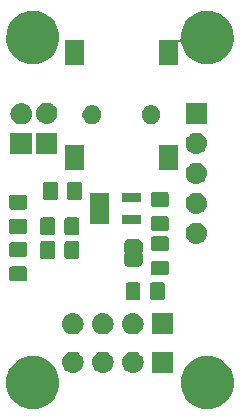
<source format=gbr>
G04 #@! TF.GenerationSoftware,KiCad,Pcbnew,(5.0.2)-1*
G04 #@! TF.CreationDate,2020-10-12T20:59:33+02:00*
G04 #@! TF.ProjectId,TinkerShieldPaddle,54696e6b-6572-4536-9869-656c64506164,rev?*
G04 #@! TF.SameCoordinates,Original*
G04 #@! TF.FileFunction,Soldermask,Bot*
G04 #@! TF.FilePolarity,Negative*
%FSLAX46Y46*%
G04 Gerber Fmt 4.6, Leading zero omitted, Abs format (unit mm)*
G04 Created by KiCad (PCBNEW (5.0.2)-1) date 12.10.2020 20:59:33*
%MOMM*%
%LPD*%
G01*
G04 APERTURE LIST*
%ADD10C,0.100000*%
G04 APERTURE END LIST*
D10*
G36*
X167808445Y-147516254D02*
X168156593Y-147585504D01*
X168566249Y-147755189D01*
X168934929Y-148001534D01*
X169248466Y-148315071D01*
X169494811Y-148683751D01*
X169664496Y-149093407D01*
X169751000Y-149528296D01*
X169751000Y-149971704D01*
X169664496Y-150406593D01*
X169494811Y-150816249D01*
X169248466Y-151184929D01*
X168934929Y-151498466D01*
X168566249Y-151744811D01*
X168156593Y-151914496D01*
X167808445Y-151983746D01*
X167721706Y-152001000D01*
X167278294Y-152001000D01*
X167191555Y-151983746D01*
X166843407Y-151914496D01*
X166433751Y-151744811D01*
X166065071Y-151498466D01*
X165751534Y-151184929D01*
X165505189Y-150816249D01*
X165335504Y-150406593D01*
X165249000Y-149971704D01*
X165249000Y-149528296D01*
X165335504Y-149093407D01*
X165505189Y-148683751D01*
X165751534Y-148315071D01*
X166065071Y-148001534D01*
X166433751Y-147755189D01*
X166843407Y-147585504D01*
X167191555Y-147516254D01*
X167278294Y-147499000D01*
X167721706Y-147499000D01*
X167808445Y-147516254D01*
X167808445Y-147516254D01*
G37*
G36*
X153058445Y-147516254D02*
X153406593Y-147585504D01*
X153816249Y-147755189D01*
X154184929Y-148001534D01*
X154498466Y-148315071D01*
X154744811Y-148683751D01*
X154914496Y-149093407D01*
X155001000Y-149528296D01*
X155001000Y-149971704D01*
X154914496Y-150406593D01*
X154744811Y-150816249D01*
X154498466Y-151184929D01*
X154184929Y-151498466D01*
X153816249Y-151744811D01*
X153406593Y-151914496D01*
X153058445Y-151983746D01*
X152971706Y-152001000D01*
X152528294Y-152001000D01*
X152441555Y-151983746D01*
X152093407Y-151914496D01*
X151683751Y-151744811D01*
X151315071Y-151498466D01*
X151001534Y-151184929D01*
X150755189Y-150816249D01*
X150585504Y-150406593D01*
X150499000Y-149971704D01*
X150499000Y-149528296D01*
X150585504Y-149093407D01*
X150755189Y-148683751D01*
X151001534Y-148315071D01*
X151315071Y-148001534D01*
X151683751Y-147755189D01*
X152093407Y-147585504D01*
X152441555Y-147516254D01*
X152528294Y-147499000D01*
X152971706Y-147499000D01*
X153058445Y-147516254D01*
X153058445Y-147516254D01*
G37*
G36*
X164651000Y-148901000D02*
X162849000Y-148901000D01*
X162849000Y-147099000D01*
X164651000Y-147099000D01*
X164651000Y-148901000D01*
X164651000Y-148901000D01*
G37*
G36*
X156240442Y-147105518D02*
X156306627Y-147112037D01*
X156419853Y-147146384D01*
X156476467Y-147163557D01*
X156615087Y-147237652D01*
X156632991Y-147247222D01*
X156668729Y-147276552D01*
X156770186Y-147359814D01*
X156853448Y-147461271D01*
X156882778Y-147497009D01*
X156882779Y-147497011D01*
X156966443Y-147653533D01*
X156966443Y-147653534D01*
X157017963Y-147823373D01*
X157035359Y-148000000D01*
X157017963Y-148176627D01*
X156983616Y-148289853D01*
X156966443Y-148346467D01*
X156892348Y-148485087D01*
X156882778Y-148502991D01*
X156853448Y-148538729D01*
X156770186Y-148640186D01*
X156668729Y-148723448D01*
X156632991Y-148752778D01*
X156632989Y-148752779D01*
X156476467Y-148836443D01*
X156419853Y-148853616D01*
X156306627Y-148887963D01*
X156240443Y-148894481D01*
X156174260Y-148901000D01*
X156085740Y-148901000D01*
X156019557Y-148894481D01*
X155953373Y-148887963D01*
X155840147Y-148853616D01*
X155783533Y-148836443D01*
X155627011Y-148752779D01*
X155627009Y-148752778D01*
X155591271Y-148723448D01*
X155489814Y-148640186D01*
X155406552Y-148538729D01*
X155377222Y-148502991D01*
X155367652Y-148485087D01*
X155293557Y-148346467D01*
X155276384Y-148289853D01*
X155242037Y-148176627D01*
X155224641Y-148000000D01*
X155242037Y-147823373D01*
X155293557Y-147653534D01*
X155293557Y-147653533D01*
X155377221Y-147497011D01*
X155377222Y-147497009D01*
X155406552Y-147461271D01*
X155489814Y-147359814D01*
X155591271Y-147276552D01*
X155627009Y-147247222D01*
X155644913Y-147237652D01*
X155783533Y-147163557D01*
X155840147Y-147146384D01*
X155953373Y-147112037D01*
X156019558Y-147105518D01*
X156085740Y-147099000D01*
X156174260Y-147099000D01*
X156240442Y-147105518D01*
X156240442Y-147105518D01*
G37*
G36*
X161320442Y-147105518D02*
X161386627Y-147112037D01*
X161499853Y-147146384D01*
X161556467Y-147163557D01*
X161695087Y-147237652D01*
X161712991Y-147247222D01*
X161748729Y-147276552D01*
X161850186Y-147359814D01*
X161933448Y-147461271D01*
X161962778Y-147497009D01*
X161962779Y-147497011D01*
X162046443Y-147653533D01*
X162046443Y-147653534D01*
X162097963Y-147823373D01*
X162115359Y-148000000D01*
X162097963Y-148176627D01*
X162063616Y-148289853D01*
X162046443Y-148346467D01*
X161972348Y-148485087D01*
X161962778Y-148502991D01*
X161933448Y-148538729D01*
X161850186Y-148640186D01*
X161748729Y-148723448D01*
X161712991Y-148752778D01*
X161712989Y-148752779D01*
X161556467Y-148836443D01*
X161499853Y-148853616D01*
X161386627Y-148887963D01*
X161320443Y-148894481D01*
X161254260Y-148901000D01*
X161165740Y-148901000D01*
X161099557Y-148894481D01*
X161033373Y-148887963D01*
X160920147Y-148853616D01*
X160863533Y-148836443D01*
X160707011Y-148752779D01*
X160707009Y-148752778D01*
X160671271Y-148723448D01*
X160569814Y-148640186D01*
X160486552Y-148538729D01*
X160457222Y-148502991D01*
X160447652Y-148485087D01*
X160373557Y-148346467D01*
X160356384Y-148289853D01*
X160322037Y-148176627D01*
X160304641Y-148000000D01*
X160322037Y-147823373D01*
X160373557Y-147653534D01*
X160373557Y-147653533D01*
X160457221Y-147497011D01*
X160457222Y-147497009D01*
X160486552Y-147461271D01*
X160569814Y-147359814D01*
X160671271Y-147276552D01*
X160707009Y-147247222D01*
X160724913Y-147237652D01*
X160863533Y-147163557D01*
X160920147Y-147146384D01*
X161033373Y-147112037D01*
X161099558Y-147105518D01*
X161165740Y-147099000D01*
X161254260Y-147099000D01*
X161320442Y-147105518D01*
X161320442Y-147105518D01*
G37*
G36*
X158780442Y-147105518D02*
X158846627Y-147112037D01*
X158959853Y-147146384D01*
X159016467Y-147163557D01*
X159155087Y-147237652D01*
X159172991Y-147247222D01*
X159208729Y-147276552D01*
X159310186Y-147359814D01*
X159393448Y-147461271D01*
X159422778Y-147497009D01*
X159422779Y-147497011D01*
X159506443Y-147653533D01*
X159506443Y-147653534D01*
X159557963Y-147823373D01*
X159575359Y-148000000D01*
X159557963Y-148176627D01*
X159523616Y-148289853D01*
X159506443Y-148346467D01*
X159432348Y-148485087D01*
X159422778Y-148502991D01*
X159393448Y-148538729D01*
X159310186Y-148640186D01*
X159208729Y-148723448D01*
X159172991Y-148752778D01*
X159172989Y-148752779D01*
X159016467Y-148836443D01*
X158959853Y-148853616D01*
X158846627Y-148887963D01*
X158780443Y-148894481D01*
X158714260Y-148901000D01*
X158625740Y-148901000D01*
X158559557Y-148894481D01*
X158493373Y-148887963D01*
X158380147Y-148853616D01*
X158323533Y-148836443D01*
X158167011Y-148752779D01*
X158167009Y-148752778D01*
X158131271Y-148723448D01*
X158029814Y-148640186D01*
X157946552Y-148538729D01*
X157917222Y-148502991D01*
X157907652Y-148485087D01*
X157833557Y-148346467D01*
X157816384Y-148289853D01*
X157782037Y-148176627D01*
X157764641Y-148000000D01*
X157782037Y-147823373D01*
X157833557Y-147653534D01*
X157833557Y-147653533D01*
X157917221Y-147497011D01*
X157917222Y-147497009D01*
X157946552Y-147461271D01*
X158029814Y-147359814D01*
X158131271Y-147276552D01*
X158167009Y-147247222D01*
X158184913Y-147237652D01*
X158323533Y-147163557D01*
X158380147Y-147146384D01*
X158493373Y-147112037D01*
X158559558Y-147105518D01*
X158625740Y-147099000D01*
X158714260Y-147099000D01*
X158780442Y-147105518D01*
X158780442Y-147105518D01*
G37*
G36*
X156240442Y-143855518D02*
X156306627Y-143862037D01*
X156419853Y-143896384D01*
X156476467Y-143913557D01*
X156615087Y-143987652D01*
X156632991Y-143997222D01*
X156668729Y-144026552D01*
X156770186Y-144109814D01*
X156853448Y-144211271D01*
X156882778Y-144247009D01*
X156882779Y-144247011D01*
X156966443Y-144403533D01*
X156966443Y-144403534D01*
X157017963Y-144573373D01*
X157035359Y-144750000D01*
X157017963Y-144926627D01*
X156983616Y-145039853D01*
X156966443Y-145096467D01*
X156892348Y-145235087D01*
X156882778Y-145252991D01*
X156853448Y-145288729D01*
X156770186Y-145390186D01*
X156668729Y-145473448D01*
X156632991Y-145502778D01*
X156632989Y-145502779D01*
X156476467Y-145586443D01*
X156419853Y-145603616D01*
X156306627Y-145637963D01*
X156240442Y-145644482D01*
X156174260Y-145651000D01*
X156085740Y-145651000D01*
X156019558Y-145644482D01*
X155953373Y-145637963D01*
X155840147Y-145603616D01*
X155783533Y-145586443D01*
X155627011Y-145502779D01*
X155627009Y-145502778D01*
X155591271Y-145473448D01*
X155489814Y-145390186D01*
X155406552Y-145288729D01*
X155377222Y-145252991D01*
X155367652Y-145235087D01*
X155293557Y-145096467D01*
X155276384Y-145039853D01*
X155242037Y-144926627D01*
X155224641Y-144750000D01*
X155242037Y-144573373D01*
X155293557Y-144403534D01*
X155293557Y-144403533D01*
X155377221Y-144247011D01*
X155377222Y-144247009D01*
X155406552Y-144211271D01*
X155489814Y-144109814D01*
X155591271Y-144026552D01*
X155627009Y-143997222D01*
X155644913Y-143987652D01*
X155783533Y-143913557D01*
X155840147Y-143896384D01*
X155953373Y-143862037D01*
X156019558Y-143855518D01*
X156085740Y-143849000D01*
X156174260Y-143849000D01*
X156240442Y-143855518D01*
X156240442Y-143855518D01*
G37*
G36*
X158780442Y-143855518D02*
X158846627Y-143862037D01*
X158959853Y-143896384D01*
X159016467Y-143913557D01*
X159155087Y-143987652D01*
X159172991Y-143997222D01*
X159208729Y-144026552D01*
X159310186Y-144109814D01*
X159393448Y-144211271D01*
X159422778Y-144247009D01*
X159422779Y-144247011D01*
X159506443Y-144403533D01*
X159506443Y-144403534D01*
X159557963Y-144573373D01*
X159575359Y-144750000D01*
X159557963Y-144926627D01*
X159523616Y-145039853D01*
X159506443Y-145096467D01*
X159432348Y-145235087D01*
X159422778Y-145252991D01*
X159393448Y-145288729D01*
X159310186Y-145390186D01*
X159208729Y-145473448D01*
X159172991Y-145502778D01*
X159172989Y-145502779D01*
X159016467Y-145586443D01*
X158959853Y-145603616D01*
X158846627Y-145637963D01*
X158780442Y-145644482D01*
X158714260Y-145651000D01*
X158625740Y-145651000D01*
X158559558Y-145644482D01*
X158493373Y-145637963D01*
X158380147Y-145603616D01*
X158323533Y-145586443D01*
X158167011Y-145502779D01*
X158167009Y-145502778D01*
X158131271Y-145473448D01*
X158029814Y-145390186D01*
X157946552Y-145288729D01*
X157917222Y-145252991D01*
X157907652Y-145235087D01*
X157833557Y-145096467D01*
X157816384Y-145039853D01*
X157782037Y-144926627D01*
X157764641Y-144750000D01*
X157782037Y-144573373D01*
X157833557Y-144403534D01*
X157833557Y-144403533D01*
X157917221Y-144247011D01*
X157917222Y-144247009D01*
X157946552Y-144211271D01*
X158029814Y-144109814D01*
X158131271Y-144026552D01*
X158167009Y-143997222D01*
X158184913Y-143987652D01*
X158323533Y-143913557D01*
X158380147Y-143896384D01*
X158493373Y-143862037D01*
X158559558Y-143855518D01*
X158625740Y-143849000D01*
X158714260Y-143849000D01*
X158780442Y-143855518D01*
X158780442Y-143855518D01*
G37*
G36*
X161320442Y-143855518D02*
X161386627Y-143862037D01*
X161499853Y-143896384D01*
X161556467Y-143913557D01*
X161695087Y-143987652D01*
X161712991Y-143997222D01*
X161748729Y-144026552D01*
X161850186Y-144109814D01*
X161933448Y-144211271D01*
X161962778Y-144247009D01*
X161962779Y-144247011D01*
X162046443Y-144403533D01*
X162046443Y-144403534D01*
X162097963Y-144573373D01*
X162115359Y-144750000D01*
X162097963Y-144926627D01*
X162063616Y-145039853D01*
X162046443Y-145096467D01*
X161972348Y-145235087D01*
X161962778Y-145252991D01*
X161933448Y-145288729D01*
X161850186Y-145390186D01*
X161748729Y-145473448D01*
X161712991Y-145502778D01*
X161712989Y-145502779D01*
X161556467Y-145586443D01*
X161499853Y-145603616D01*
X161386627Y-145637963D01*
X161320442Y-145644482D01*
X161254260Y-145651000D01*
X161165740Y-145651000D01*
X161099558Y-145644482D01*
X161033373Y-145637963D01*
X160920147Y-145603616D01*
X160863533Y-145586443D01*
X160707011Y-145502779D01*
X160707009Y-145502778D01*
X160671271Y-145473448D01*
X160569814Y-145390186D01*
X160486552Y-145288729D01*
X160457222Y-145252991D01*
X160447652Y-145235087D01*
X160373557Y-145096467D01*
X160356384Y-145039853D01*
X160322037Y-144926627D01*
X160304641Y-144750000D01*
X160322037Y-144573373D01*
X160373557Y-144403534D01*
X160373557Y-144403533D01*
X160457221Y-144247011D01*
X160457222Y-144247009D01*
X160486552Y-144211271D01*
X160569814Y-144109814D01*
X160671271Y-144026552D01*
X160707009Y-143997222D01*
X160724913Y-143987652D01*
X160863533Y-143913557D01*
X160920147Y-143896384D01*
X161033373Y-143862037D01*
X161099558Y-143855518D01*
X161165740Y-143849000D01*
X161254260Y-143849000D01*
X161320442Y-143855518D01*
X161320442Y-143855518D01*
G37*
G36*
X164651000Y-145651000D02*
X162849000Y-145651000D01*
X162849000Y-143849000D01*
X164651000Y-143849000D01*
X164651000Y-145651000D01*
X164651000Y-145651000D01*
G37*
G36*
X161688677Y-141253465D02*
X161726364Y-141264898D01*
X161761103Y-141283466D01*
X161791548Y-141308452D01*
X161816534Y-141338897D01*
X161835102Y-141373636D01*
X161846535Y-141411323D01*
X161851000Y-141456661D01*
X161851000Y-142543339D01*
X161846535Y-142588677D01*
X161835102Y-142626364D01*
X161816534Y-142661103D01*
X161791548Y-142691548D01*
X161761103Y-142716534D01*
X161726364Y-142735102D01*
X161688677Y-142746535D01*
X161643339Y-142751000D01*
X160806661Y-142751000D01*
X160761323Y-142746535D01*
X160723636Y-142735102D01*
X160688897Y-142716534D01*
X160658452Y-142691548D01*
X160633466Y-142661103D01*
X160614898Y-142626364D01*
X160603465Y-142588677D01*
X160599000Y-142543339D01*
X160599000Y-141456661D01*
X160603465Y-141411323D01*
X160614898Y-141373636D01*
X160633466Y-141338897D01*
X160658452Y-141308452D01*
X160688897Y-141283466D01*
X160723636Y-141264898D01*
X160761323Y-141253465D01*
X160806661Y-141249000D01*
X161643339Y-141249000D01*
X161688677Y-141253465D01*
X161688677Y-141253465D01*
G37*
G36*
X163738677Y-141253465D02*
X163776364Y-141264898D01*
X163811103Y-141283466D01*
X163841548Y-141308452D01*
X163866534Y-141338897D01*
X163885102Y-141373636D01*
X163896535Y-141411323D01*
X163901000Y-141456661D01*
X163901000Y-142543339D01*
X163896535Y-142588677D01*
X163885102Y-142626364D01*
X163866534Y-142661103D01*
X163841548Y-142691548D01*
X163811103Y-142716534D01*
X163776364Y-142735102D01*
X163738677Y-142746535D01*
X163693339Y-142751000D01*
X162856661Y-142751000D01*
X162811323Y-142746535D01*
X162773636Y-142735102D01*
X162738897Y-142716534D01*
X162708452Y-142691548D01*
X162683466Y-142661103D01*
X162664898Y-142626364D01*
X162653465Y-142588677D01*
X162649000Y-142543339D01*
X162649000Y-141456661D01*
X162653465Y-141411323D01*
X162664898Y-141373636D01*
X162683466Y-141338897D01*
X162708452Y-141308452D01*
X162738897Y-141283466D01*
X162773636Y-141264898D01*
X162811323Y-141253465D01*
X162856661Y-141249000D01*
X163693339Y-141249000D01*
X163738677Y-141253465D01*
X163738677Y-141253465D01*
G37*
G36*
X152088677Y-139903465D02*
X152126364Y-139914898D01*
X152161103Y-139933466D01*
X152191548Y-139958452D01*
X152216534Y-139988897D01*
X152235102Y-140023636D01*
X152246535Y-140061323D01*
X152251000Y-140106661D01*
X152251000Y-140943339D01*
X152246535Y-140988677D01*
X152235102Y-141026364D01*
X152216534Y-141061103D01*
X152191548Y-141091548D01*
X152161103Y-141116534D01*
X152126364Y-141135102D01*
X152088677Y-141146535D01*
X152043339Y-141151000D01*
X150956661Y-141151000D01*
X150911323Y-141146535D01*
X150873636Y-141135102D01*
X150838897Y-141116534D01*
X150808452Y-141091548D01*
X150783466Y-141061103D01*
X150764898Y-141026364D01*
X150753465Y-140988677D01*
X150749000Y-140943339D01*
X150749000Y-140106661D01*
X150753465Y-140061323D01*
X150764898Y-140023636D01*
X150783466Y-139988897D01*
X150808452Y-139958452D01*
X150838897Y-139933466D01*
X150873636Y-139914898D01*
X150911323Y-139903465D01*
X150956661Y-139899000D01*
X152043339Y-139899000D01*
X152088677Y-139903465D01*
X152088677Y-139903465D01*
G37*
G36*
X164088677Y-139403465D02*
X164126364Y-139414898D01*
X164161103Y-139433466D01*
X164191548Y-139458452D01*
X164216534Y-139488897D01*
X164235102Y-139523636D01*
X164246535Y-139561323D01*
X164251000Y-139606661D01*
X164251000Y-140443339D01*
X164246535Y-140488677D01*
X164235102Y-140526364D01*
X164216534Y-140561103D01*
X164191548Y-140591548D01*
X164161103Y-140616534D01*
X164126364Y-140635102D01*
X164088677Y-140646535D01*
X164043339Y-140651000D01*
X162956661Y-140651000D01*
X162911323Y-140646535D01*
X162873636Y-140635102D01*
X162838897Y-140616534D01*
X162808452Y-140591548D01*
X162783466Y-140561103D01*
X162764898Y-140526364D01*
X162753465Y-140488677D01*
X162749000Y-140443339D01*
X162749000Y-139606661D01*
X162753465Y-139561323D01*
X162764898Y-139523636D01*
X162783466Y-139488897D01*
X162808452Y-139458452D01*
X162838897Y-139433466D01*
X162873636Y-139414898D01*
X162911323Y-139403465D01*
X162956661Y-139399000D01*
X164043339Y-139399000D01*
X164088677Y-139403465D01*
X164088677Y-139403465D01*
G37*
G36*
X161512198Y-137549954D02*
X161524450Y-137550556D01*
X161542869Y-137550556D01*
X161565149Y-137552750D01*
X161649236Y-137569476D01*
X161670655Y-137575974D01*
X161749871Y-137608785D01*
X161769607Y-137619335D01*
X161840897Y-137666969D01*
X161858208Y-137681176D01*
X161918824Y-137741792D01*
X161933031Y-137759103D01*
X161980665Y-137830393D01*
X161991215Y-137850129D01*
X162024026Y-137929345D01*
X162030524Y-137950764D01*
X162047250Y-138034851D01*
X162049444Y-138057131D01*
X162049444Y-138075550D01*
X162050046Y-138087802D01*
X162051852Y-138106140D01*
X162051852Y-138593860D01*
X162050263Y-138609999D01*
X162047347Y-138619611D01*
X162042612Y-138628469D01*
X162036237Y-138636237D01*
X162023798Y-138646446D01*
X162013432Y-138653372D01*
X161996105Y-138670698D01*
X161982490Y-138691073D01*
X161973112Y-138713711D01*
X161968331Y-138737745D01*
X161968331Y-138762249D01*
X161973111Y-138786283D01*
X161982487Y-138808922D01*
X161996101Y-138829297D01*
X162013427Y-138846624D01*
X162023796Y-138853552D01*
X162036237Y-138863763D01*
X162042612Y-138871531D01*
X162047347Y-138880389D01*
X162050263Y-138890001D01*
X162051852Y-138906140D01*
X162051852Y-139393861D01*
X162050046Y-139412198D01*
X162049444Y-139424450D01*
X162049444Y-139442869D01*
X162047250Y-139465149D01*
X162030524Y-139549236D01*
X162024026Y-139570655D01*
X161991215Y-139649871D01*
X161980665Y-139669607D01*
X161933031Y-139740897D01*
X161918824Y-139758208D01*
X161858208Y-139818824D01*
X161840897Y-139833031D01*
X161769607Y-139880665D01*
X161749871Y-139891215D01*
X161670655Y-139924026D01*
X161649236Y-139930524D01*
X161565149Y-139947250D01*
X161542869Y-139949444D01*
X161524450Y-139949444D01*
X161512198Y-139950046D01*
X161493861Y-139951852D01*
X161006139Y-139951852D01*
X160987802Y-139950046D01*
X160975550Y-139949444D01*
X160957131Y-139949444D01*
X160934851Y-139947250D01*
X160850764Y-139930524D01*
X160829345Y-139924026D01*
X160750129Y-139891215D01*
X160730393Y-139880665D01*
X160659103Y-139833031D01*
X160641792Y-139818824D01*
X160581176Y-139758208D01*
X160566969Y-139740897D01*
X160519335Y-139669607D01*
X160508785Y-139649871D01*
X160475974Y-139570655D01*
X160469476Y-139549236D01*
X160452750Y-139465149D01*
X160450556Y-139442869D01*
X160450556Y-139424450D01*
X160449954Y-139412198D01*
X160448148Y-139393861D01*
X160448148Y-138906140D01*
X160449737Y-138890001D01*
X160452653Y-138880389D01*
X160457388Y-138871531D01*
X160463763Y-138863763D01*
X160476202Y-138853554D01*
X160486568Y-138846628D01*
X160503895Y-138829302D01*
X160517510Y-138808927D01*
X160526888Y-138786289D01*
X160531669Y-138762255D01*
X160531669Y-138737751D01*
X160526889Y-138713717D01*
X160517513Y-138691078D01*
X160503899Y-138670703D01*
X160486573Y-138653376D01*
X160476204Y-138646448D01*
X160463763Y-138636237D01*
X160457388Y-138628469D01*
X160452653Y-138619611D01*
X160449737Y-138609999D01*
X160448148Y-138593860D01*
X160448148Y-138106140D01*
X160449954Y-138087802D01*
X160450556Y-138075550D01*
X160450556Y-138057131D01*
X160452750Y-138034851D01*
X160469476Y-137950764D01*
X160475974Y-137929345D01*
X160508785Y-137850129D01*
X160519335Y-137830393D01*
X160566969Y-137759103D01*
X160581176Y-137741792D01*
X160641792Y-137681176D01*
X160659103Y-137666969D01*
X160730393Y-137619335D01*
X160750129Y-137608785D01*
X160829345Y-137575974D01*
X160850764Y-137569476D01*
X160934851Y-137552750D01*
X160957131Y-137550556D01*
X160975550Y-137550556D01*
X160987802Y-137549954D01*
X161006140Y-137548148D01*
X161493860Y-137548148D01*
X161512198Y-137549954D01*
X161512198Y-137549954D01*
G37*
G36*
X154463677Y-137753465D02*
X154501364Y-137764898D01*
X154536103Y-137783466D01*
X154566548Y-137808452D01*
X154591534Y-137838897D01*
X154610102Y-137873636D01*
X154621535Y-137911323D01*
X154626000Y-137956661D01*
X154626000Y-139043339D01*
X154621535Y-139088677D01*
X154610102Y-139126364D01*
X154591534Y-139161103D01*
X154566548Y-139191548D01*
X154536103Y-139216534D01*
X154501364Y-139235102D01*
X154463677Y-139246535D01*
X154418339Y-139251000D01*
X153581661Y-139251000D01*
X153536323Y-139246535D01*
X153498636Y-139235102D01*
X153463897Y-139216534D01*
X153433452Y-139191548D01*
X153408466Y-139161103D01*
X153389898Y-139126364D01*
X153378465Y-139088677D01*
X153374000Y-139043339D01*
X153374000Y-137956661D01*
X153378465Y-137911323D01*
X153389898Y-137873636D01*
X153408466Y-137838897D01*
X153433452Y-137808452D01*
X153463897Y-137783466D01*
X153498636Y-137764898D01*
X153536323Y-137753465D01*
X153581661Y-137749000D01*
X154418339Y-137749000D01*
X154463677Y-137753465D01*
X154463677Y-137753465D01*
G37*
G36*
X156513677Y-137753465D02*
X156551364Y-137764898D01*
X156586103Y-137783466D01*
X156616548Y-137808452D01*
X156641534Y-137838897D01*
X156660102Y-137873636D01*
X156671535Y-137911323D01*
X156676000Y-137956661D01*
X156676000Y-139043339D01*
X156671535Y-139088677D01*
X156660102Y-139126364D01*
X156641534Y-139161103D01*
X156616548Y-139191548D01*
X156586103Y-139216534D01*
X156551364Y-139235102D01*
X156513677Y-139246535D01*
X156468339Y-139251000D01*
X155631661Y-139251000D01*
X155586323Y-139246535D01*
X155548636Y-139235102D01*
X155513897Y-139216534D01*
X155483452Y-139191548D01*
X155458466Y-139161103D01*
X155439898Y-139126364D01*
X155428465Y-139088677D01*
X155424000Y-139043339D01*
X155424000Y-137956661D01*
X155428465Y-137911323D01*
X155439898Y-137873636D01*
X155458466Y-137838897D01*
X155483452Y-137808452D01*
X155513897Y-137783466D01*
X155548636Y-137764898D01*
X155586323Y-137753465D01*
X155631661Y-137749000D01*
X156468339Y-137749000D01*
X156513677Y-137753465D01*
X156513677Y-137753465D01*
G37*
G36*
X152088677Y-137853465D02*
X152126364Y-137864898D01*
X152161103Y-137883466D01*
X152191548Y-137908452D01*
X152216534Y-137938897D01*
X152235102Y-137973636D01*
X152246535Y-138011323D01*
X152251000Y-138056661D01*
X152251000Y-138893339D01*
X152246535Y-138938677D01*
X152235102Y-138976364D01*
X152216534Y-139011103D01*
X152191548Y-139041548D01*
X152161103Y-139066534D01*
X152126364Y-139085102D01*
X152088677Y-139096535D01*
X152043339Y-139101000D01*
X150956661Y-139101000D01*
X150911323Y-139096535D01*
X150873636Y-139085102D01*
X150838897Y-139066534D01*
X150808452Y-139041548D01*
X150783466Y-139011103D01*
X150764898Y-138976364D01*
X150753465Y-138938677D01*
X150749000Y-138893339D01*
X150749000Y-138056661D01*
X150753465Y-138011323D01*
X150764898Y-137973636D01*
X150783466Y-137938897D01*
X150808452Y-137908452D01*
X150838897Y-137883466D01*
X150873636Y-137864898D01*
X150911323Y-137853465D01*
X150956661Y-137849000D01*
X152043339Y-137849000D01*
X152088677Y-137853465D01*
X152088677Y-137853465D01*
G37*
G36*
X164088677Y-137353465D02*
X164126364Y-137364898D01*
X164161103Y-137383466D01*
X164191548Y-137408452D01*
X164216534Y-137438897D01*
X164235102Y-137473636D01*
X164246535Y-137511323D01*
X164251000Y-137556661D01*
X164251000Y-138393339D01*
X164246535Y-138438677D01*
X164235102Y-138476364D01*
X164216534Y-138511103D01*
X164191548Y-138541548D01*
X164161103Y-138566534D01*
X164126364Y-138585102D01*
X164088677Y-138596535D01*
X164043339Y-138601000D01*
X162956661Y-138601000D01*
X162911323Y-138596535D01*
X162873636Y-138585102D01*
X162838897Y-138566534D01*
X162808452Y-138541548D01*
X162783466Y-138511103D01*
X162764898Y-138476364D01*
X162753465Y-138438677D01*
X162749000Y-138393339D01*
X162749000Y-137556661D01*
X162753465Y-137511323D01*
X162764898Y-137473636D01*
X162783466Y-137438897D01*
X162808452Y-137408452D01*
X162838897Y-137383466D01*
X162873636Y-137364898D01*
X162911323Y-137353465D01*
X162956661Y-137349000D01*
X164043339Y-137349000D01*
X164088677Y-137353465D01*
X164088677Y-137353465D01*
G37*
G36*
X166695442Y-136185518D02*
X166761627Y-136192037D01*
X166874853Y-136226384D01*
X166931467Y-136243557D01*
X167070087Y-136317652D01*
X167087991Y-136327222D01*
X167123729Y-136356552D01*
X167225186Y-136439814D01*
X167308448Y-136541271D01*
X167337778Y-136577009D01*
X167337779Y-136577011D01*
X167421443Y-136733533D01*
X167421443Y-136733534D01*
X167472963Y-136903373D01*
X167490359Y-137080000D01*
X167472963Y-137256627D01*
X167440119Y-137364898D01*
X167421443Y-137426467D01*
X167398194Y-137469962D01*
X167337778Y-137582991D01*
X167316609Y-137608785D01*
X167225186Y-137720186D01*
X167134183Y-137794869D01*
X167087991Y-137832778D01*
X167087989Y-137832779D01*
X166931467Y-137916443D01*
X166891001Y-137928718D01*
X166761627Y-137967963D01*
X166704027Y-137973636D01*
X166629260Y-137981000D01*
X166540740Y-137981000D01*
X166465973Y-137973636D01*
X166408373Y-137967963D01*
X166278999Y-137928718D01*
X166238533Y-137916443D01*
X166082011Y-137832779D01*
X166082009Y-137832778D01*
X166035817Y-137794869D01*
X165944814Y-137720186D01*
X165853391Y-137608785D01*
X165832222Y-137582991D01*
X165771806Y-137469962D01*
X165748557Y-137426467D01*
X165729881Y-137364898D01*
X165697037Y-137256627D01*
X165679641Y-137080000D01*
X165697037Y-136903373D01*
X165748557Y-136733534D01*
X165748557Y-136733533D01*
X165832221Y-136577011D01*
X165832222Y-136577009D01*
X165861552Y-136541271D01*
X165944814Y-136439814D01*
X166046271Y-136356552D01*
X166082009Y-136327222D01*
X166099913Y-136317652D01*
X166238533Y-136243557D01*
X166295147Y-136226384D01*
X166408373Y-136192037D01*
X166474558Y-136185518D01*
X166540740Y-136179000D01*
X166629260Y-136179000D01*
X166695442Y-136185518D01*
X166695442Y-136185518D01*
G37*
G36*
X156513677Y-135753465D02*
X156551364Y-135764898D01*
X156586103Y-135783466D01*
X156616548Y-135808452D01*
X156641534Y-135838897D01*
X156660102Y-135873636D01*
X156671535Y-135911323D01*
X156676000Y-135956661D01*
X156676000Y-137043339D01*
X156671535Y-137088677D01*
X156660102Y-137126364D01*
X156641534Y-137161103D01*
X156616548Y-137191548D01*
X156586103Y-137216534D01*
X156551364Y-137235102D01*
X156513677Y-137246535D01*
X156468339Y-137251000D01*
X155631661Y-137251000D01*
X155586323Y-137246535D01*
X155548636Y-137235102D01*
X155513897Y-137216534D01*
X155483452Y-137191548D01*
X155458466Y-137161103D01*
X155439898Y-137126364D01*
X155428465Y-137088677D01*
X155424000Y-137043339D01*
X155424000Y-135956661D01*
X155428465Y-135911323D01*
X155439898Y-135873636D01*
X155458466Y-135838897D01*
X155483452Y-135808452D01*
X155513897Y-135783466D01*
X155548636Y-135764898D01*
X155586323Y-135753465D01*
X155631661Y-135749000D01*
X156468339Y-135749000D01*
X156513677Y-135753465D01*
X156513677Y-135753465D01*
G37*
G36*
X154463677Y-135753465D02*
X154501364Y-135764898D01*
X154536103Y-135783466D01*
X154566548Y-135808452D01*
X154591534Y-135838897D01*
X154610102Y-135873636D01*
X154621535Y-135911323D01*
X154626000Y-135956661D01*
X154626000Y-137043339D01*
X154621535Y-137088677D01*
X154610102Y-137126364D01*
X154591534Y-137161103D01*
X154566548Y-137191548D01*
X154536103Y-137216534D01*
X154501364Y-137235102D01*
X154463677Y-137246535D01*
X154418339Y-137251000D01*
X153581661Y-137251000D01*
X153536323Y-137246535D01*
X153498636Y-137235102D01*
X153463897Y-137216534D01*
X153433452Y-137191548D01*
X153408466Y-137161103D01*
X153389898Y-137126364D01*
X153378465Y-137088677D01*
X153374000Y-137043339D01*
X153374000Y-135956661D01*
X153378465Y-135911323D01*
X153389898Y-135873636D01*
X153408466Y-135838897D01*
X153433452Y-135808452D01*
X153463897Y-135783466D01*
X153498636Y-135764898D01*
X153536323Y-135753465D01*
X153581661Y-135749000D01*
X154418339Y-135749000D01*
X154463677Y-135753465D01*
X154463677Y-135753465D01*
G37*
G36*
X152088677Y-135878465D02*
X152126364Y-135889898D01*
X152161103Y-135908466D01*
X152191548Y-135933452D01*
X152216534Y-135963897D01*
X152235102Y-135998636D01*
X152246535Y-136036323D01*
X152251000Y-136081661D01*
X152251000Y-136918339D01*
X152246535Y-136963677D01*
X152235102Y-137001364D01*
X152216534Y-137036103D01*
X152191548Y-137066548D01*
X152161103Y-137091534D01*
X152126364Y-137110102D01*
X152088677Y-137121535D01*
X152043339Y-137126000D01*
X150956661Y-137126000D01*
X150911323Y-137121535D01*
X150873636Y-137110102D01*
X150838897Y-137091534D01*
X150808452Y-137066548D01*
X150783466Y-137036103D01*
X150764898Y-137001364D01*
X150753465Y-136963677D01*
X150749000Y-136918339D01*
X150749000Y-136081661D01*
X150753465Y-136036323D01*
X150764898Y-135998636D01*
X150783466Y-135963897D01*
X150808452Y-135933452D01*
X150838897Y-135908466D01*
X150873636Y-135889898D01*
X150911323Y-135878465D01*
X150956661Y-135874000D01*
X152043339Y-135874000D01*
X152088677Y-135878465D01*
X152088677Y-135878465D01*
G37*
G36*
X164088677Y-135653465D02*
X164126364Y-135664898D01*
X164161103Y-135683466D01*
X164191548Y-135708452D01*
X164216534Y-135738897D01*
X164235102Y-135773636D01*
X164246535Y-135811323D01*
X164251000Y-135856661D01*
X164251000Y-136693339D01*
X164246535Y-136738677D01*
X164235102Y-136776364D01*
X164216534Y-136811103D01*
X164191548Y-136841548D01*
X164161103Y-136866534D01*
X164126364Y-136885102D01*
X164088677Y-136896535D01*
X164043339Y-136901000D01*
X162956661Y-136901000D01*
X162911323Y-136896535D01*
X162873636Y-136885102D01*
X162838897Y-136866534D01*
X162808452Y-136841548D01*
X162783466Y-136811103D01*
X162764898Y-136776364D01*
X162753465Y-136738677D01*
X162749000Y-136693339D01*
X162749000Y-135856661D01*
X162753465Y-135811323D01*
X162764898Y-135773636D01*
X162783466Y-135738897D01*
X162808452Y-135708452D01*
X162838897Y-135683466D01*
X162873636Y-135664898D01*
X162911323Y-135653465D01*
X162956661Y-135649000D01*
X164043339Y-135649000D01*
X164088677Y-135653465D01*
X164088677Y-135653465D01*
G37*
G36*
X159231000Y-136326000D02*
X157569000Y-136326000D01*
X157569000Y-133674000D01*
X159231000Y-133674000D01*
X159231000Y-136326000D01*
X159231000Y-136326000D01*
G37*
G36*
X161931000Y-136326000D02*
X160269000Y-136326000D01*
X160269000Y-135574000D01*
X161931000Y-135574000D01*
X161931000Y-136326000D01*
X161931000Y-136326000D01*
G37*
G36*
X166688848Y-133644869D02*
X166761627Y-133652037D01*
X166874853Y-133686384D01*
X166931467Y-133703557D01*
X167070087Y-133777652D01*
X167087991Y-133787222D01*
X167111677Y-133806661D01*
X167225186Y-133899814D01*
X167290029Y-133978827D01*
X167337778Y-134037009D01*
X167337779Y-134037011D01*
X167421443Y-134193533D01*
X167437289Y-134245770D01*
X167472963Y-134363373D01*
X167490359Y-134540000D01*
X167472963Y-134716627D01*
X167450236Y-134791548D01*
X167421443Y-134886467D01*
X167386754Y-134951364D01*
X167337778Y-135042991D01*
X167327691Y-135055282D01*
X167225186Y-135180186D01*
X167123729Y-135263448D01*
X167087991Y-135292778D01*
X167087989Y-135292779D01*
X166931467Y-135376443D01*
X166874853Y-135393616D01*
X166761627Y-135427963D01*
X166695443Y-135434481D01*
X166629260Y-135441000D01*
X166540740Y-135441000D01*
X166474557Y-135434481D01*
X166408373Y-135427963D01*
X166295147Y-135393616D01*
X166238533Y-135376443D01*
X166082011Y-135292779D01*
X166082009Y-135292778D01*
X166046271Y-135263448D01*
X165944814Y-135180186D01*
X165842309Y-135055282D01*
X165832222Y-135042991D01*
X165783246Y-134951364D01*
X165748557Y-134886467D01*
X165719764Y-134791548D01*
X165697037Y-134716627D01*
X165679641Y-134540000D01*
X165697037Y-134363373D01*
X165732711Y-134245770D01*
X165748557Y-134193533D01*
X165832221Y-134037011D01*
X165832222Y-134037009D01*
X165879971Y-133978827D01*
X165944814Y-133899814D01*
X166058323Y-133806661D01*
X166082009Y-133787222D01*
X166099913Y-133777652D01*
X166238533Y-133703557D01*
X166295147Y-133686384D01*
X166408373Y-133652037D01*
X166481152Y-133644869D01*
X166540740Y-133639000D01*
X166629260Y-133639000D01*
X166688848Y-133644869D01*
X166688848Y-133644869D01*
G37*
G36*
X152088677Y-133828465D02*
X152126364Y-133839898D01*
X152161103Y-133858466D01*
X152191548Y-133883452D01*
X152216534Y-133913897D01*
X152235102Y-133948636D01*
X152246535Y-133986323D01*
X152251000Y-134031661D01*
X152251000Y-134868339D01*
X152246535Y-134913677D01*
X152235102Y-134951364D01*
X152216534Y-134986103D01*
X152191548Y-135016548D01*
X152161103Y-135041534D01*
X152126364Y-135060102D01*
X152088677Y-135071535D01*
X152043339Y-135076000D01*
X150956661Y-135076000D01*
X150911323Y-135071535D01*
X150873636Y-135060102D01*
X150838897Y-135041534D01*
X150808452Y-135016548D01*
X150783466Y-134986103D01*
X150764898Y-134951364D01*
X150753465Y-134913677D01*
X150749000Y-134868339D01*
X150749000Y-134031661D01*
X150753465Y-133986323D01*
X150764898Y-133948636D01*
X150783466Y-133913897D01*
X150808452Y-133883452D01*
X150838897Y-133858466D01*
X150873636Y-133839898D01*
X150911323Y-133828465D01*
X150956661Y-133824000D01*
X152043339Y-133824000D01*
X152088677Y-133828465D01*
X152088677Y-133828465D01*
G37*
G36*
X164088677Y-133603465D02*
X164126364Y-133614898D01*
X164161103Y-133633466D01*
X164191548Y-133658452D01*
X164216534Y-133688897D01*
X164235102Y-133723636D01*
X164246535Y-133761323D01*
X164251000Y-133806661D01*
X164251000Y-134643339D01*
X164246535Y-134688677D01*
X164235102Y-134726364D01*
X164216534Y-134761103D01*
X164191548Y-134791548D01*
X164161103Y-134816534D01*
X164126364Y-134835102D01*
X164088677Y-134846535D01*
X164043339Y-134851000D01*
X162956661Y-134851000D01*
X162911323Y-134846535D01*
X162873636Y-134835102D01*
X162838897Y-134816534D01*
X162808452Y-134791548D01*
X162783466Y-134761103D01*
X162764898Y-134726364D01*
X162753465Y-134688677D01*
X162749000Y-134643339D01*
X162749000Y-133806661D01*
X162753465Y-133761323D01*
X162764898Y-133723636D01*
X162783466Y-133688897D01*
X162808452Y-133658452D01*
X162838897Y-133633466D01*
X162873636Y-133614898D01*
X162911323Y-133603465D01*
X162956661Y-133599000D01*
X164043339Y-133599000D01*
X164088677Y-133603465D01*
X164088677Y-133603465D01*
G37*
G36*
X161931000Y-134426000D02*
X160269000Y-134426000D01*
X160269000Y-133674000D01*
X161931000Y-133674000D01*
X161931000Y-134426000D01*
X161931000Y-134426000D01*
G37*
G36*
X154688677Y-132753465D02*
X154726364Y-132764898D01*
X154761103Y-132783466D01*
X154791548Y-132808452D01*
X154816534Y-132838897D01*
X154835102Y-132873636D01*
X154846535Y-132911323D01*
X154851000Y-132956661D01*
X154851000Y-134043339D01*
X154846535Y-134088677D01*
X154835102Y-134126364D01*
X154816534Y-134161103D01*
X154791548Y-134191548D01*
X154761103Y-134216534D01*
X154726364Y-134235102D01*
X154688677Y-134246535D01*
X154643339Y-134251000D01*
X153806661Y-134251000D01*
X153761323Y-134246535D01*
X153723636Y-134235102D01*
X153688897Y-134216534D01*
X153658452Y-134191548D01*
X153633466Y-134161103D01*
X153614898Y-134126364D01*
X153603465Y-134088677D01*
X153599000Y-134043339D01*
X153599000Y-132956661D01*
X153603465Y-132911323D01*
X153614898Y-132873636D01*
X153633466Y-132838897D01*
X153658452Y-132808452D01*
X153688897Y-132783466D01*
X153723636Y-132764898D01*
X153761323Y-132753465D01*
X153806661Y-132749000D01*
X154643339Y-132749000D01*
X154688677Y-132753465D01*
X154688677Y-132753465D01*
G37*
G36*
X156738677Y-132753465D02*
X156776364Y-132764898D01*
X156811103Y-132783466D01*
X156841548Y-132808452D01*
X156866534Y-132838897D01*
X156885102Y-132873636D01*
X156896535Y-132911323D01*
X156901000Y-132956661D01*
X156901000Y-134043339D01*
X156896535Y-134088677D01*
X156885102Y-134126364D01*
X156866534Y-134161103D01*
X156841548Y-134191548D01*
X156811103Y-134216534D01*
X156776364Y-134235102D01*
X156738677Y-134246535D01*
X156693339Y-134251000D01*
X155856661Y-134251000D01*
X155811323Y-134246535D01*
X155773636Y-134235102D01*
X155738897Y-134216534D01*
X155708452Y-134191548D01*
X155683466Y-134161103D01*
X155664898Y-134126364D01*
X155653465Y-134088677D01*
X155649000Y-134043339D01*
X155649000Y-132956661D01*
X155653465Y-132911323D01*
X155664898Y-132873636D01*
X155683466Y-132838897D01*
X155708452Y-132808452D01*
X155738897Y-132783466D01*
X155773636Y-132764898D01*
X155811323Y-132753465D01*
X155856661Y-132749000D01*
X156693339Y-132749000D01*
X156738677Y-132753465D01*
X156738677Y-132753465D01*
G37*
G36*
X166695442Y-131105518D02*
X166761627Y-131112037D01*
X166874853Y-131146384D01*
X166931467Y-131163557D01*
X167070087Y-131237652D01*
X167087991Y-131247222D01*
X167123729Y-131276552D01*
X167225186Y-131359814D01*
X167308448Y-131461271D01*
X167337778Y-131497009D01*
X167337779Y-131497011D01*
X167421443Y-131653533D01*
X167421443Y-131653534D01*
X167472963Y-131823373D01*
X167490359Y-132000000D01*
X167472963Y-132176627D01*
X167438616Y-132289853D01*
X167421443Y-132346467D01*
X167347348Y-132485087D01*
X167337778Y-132502991D01*
X167308448Y-132538729D01*
X167225186Y-132640186D01*
X167123729Y-132723448D01*
X167087991Y-132752778D01*
X167070087Y-132762348D01*
X166931467Y-132836443D01*
X166874853Y-132853616D01*
X166761627Y-132887963D01*
X166695443Y-132894481D01*
X166629260Y-132901000D01*
X166540740Y-132901000D01*
X166474557Y-132894481D01*
X166408373Y-132887963D01*
X166295147Y-132853616D01*
X166238533Y-132836443D01*
X166099913Y-132762348D01*
X166082009Y-132752778D01*
X166046271Y-132723448D01*
X165944814Y-132640186D01*
X165861552Y-132538729D01*
X165832222Y-132502991D01*
X165822652Y-132485087D01*
X165748557Y-132346467D01*
X165731384Y-132289853D01*
X165697037Y-132176627D01*
X165679641Y-132000000D01*
X165697037Y-131823373D01*
X165748557Y-131653534D01*
X165748557Y-131653533D01*
X165832221Y-131497011D01*
X165832222Y-131497009D01*
X165861552Y-131461271D01*
X165944814Y-131359814D01*
X166046271Y-131276552D01*
X166082009Y-131247222D01*
X166099913Y-131237652D01*
X166238533Y-131163557D01*
X166295147Y-131146384D01*
X166408373Y-131112037D01*
X166474558Y-131105518D01*
X166540740Y-131099000D01*
X166629260Y-131099000D01*
X166695442Y-131105518D01*
X166695442Y-131105518D01*
G37*
G36*
X157051000Y-131751000D02*
X155449000Y-131751000D01*
X155449000Y-129649000D01*
X157051000Y-129649000D01*
X157051000Y-131751000D01*
X157051000Y-131751000D01*
G37*
G36*
X165051000Y-131751000D02*
X163449000Y-131751000D01*
X163449000Y-129649000D01*
X165051000Y-129649000D01*
X165051000Y-131751000D01*
X165051000Y-131751000D01*
G37*
G36*
X152651000Y-130401000D02*
X150849000Y-130401000D01*
X150849000Y-128599000D01*
X152651000Y-128599000D01*
X152651000Y-130401000D01*
X152651000Y-130401000D01*
G37*
G36*
X166695442Y-128565518D02*
X166761627Y-128572037D01*
X166850512Y-128599000D01*
X166931467Y-128623557D01*
X167070087Y-128697652D01*
X167087991Y-128707222D01*
X167123729Y-128736552D01*
X167225186Y-128819814D01*
X167308448Y-128921271D01*
X167337778Y-128957009D01*
X167337779Y-128957011D01*
X167421443Y-129113533D01*
X167421443Y-129113534D01*
X167472963Y-129283373D01*
X167490359Y-129460000D01*
X167472963Y-129636627D01*
X167438616Y-129749853D01*
X167421443Y-129806467D01*
X167347348Y-129945087D01*
X167337778Y-129962991D01*
X167308448Y-129998729D01*
X167225186Y-130100186D01*
X167123729Y-130183448D01*
X167087991Y-130212778D01*
X167087989Y-130212779D01*
X166931467Y-130296443D01*
X166874853Y-130313616D01*
X166761627Y-130347963D01*
X166695442Y-130354482D01*
X166629260Y-130361000D01*
X166540740Y-130361000D01*
X166474558Y-130354482D01*
X166408373Y-130347963D01*
X166295147Y-130313616D01*
X166238533Y-130296443D01*
X166082011Y-130212779D01*
X166082009Y-130212778D01*
X166046271Y-130183448D01*
X165944814Y-130100186D01*
X165861552Y-129998729D01*
X165832222Y-129962991D01*
X165822652Y-129945087D01*
X165748557Y-129806467D01*
X165731384Y-129749853D01*
X165697037Y-129636627D01*
X165679641Y-129460000D01*
X165697037Y-129283373D01*
X165748557Y-129113534D01*
X165748557Y-129113533D01*
X165832221Y-128957011D01*
X165832222Y-128957009D01*
X165861552Y-128921271D01*
X165944814Y-128819814D01*
X166046271Y-128736552D01*
X166082009Y-128707222D01*
X166099913Y-128697652D01*
X166238533Y-128623557D01*
X166319488Y-128599000D01*
X166408373Y-128572037D01*
X166474558Y-128565518D01*
X166540740Y-128559000D01*
X166629260Y-128559000D01*
X166695442Y-128565518D01*
X166695442Y-128565518D01*
G37*
G36*
X154816000Y-130361000D02*
X153014000Y-130361000D01*
X153014000Y-128559000D01*
X154816000Y-128559000D01*
X154816000Y-130361000D01*
X154816000Y-130361000D01*
G37*
G36*
X151860442Y-126065518D02*
X151926627Y-126072037D01*
X152039853Y-126106384D01*
X152096467Y-126123557D01*
X152178155Y-126167221D01*
X152252991Y-126207222D01*
X152288729Y-126236552D01*
X152390186Y-126319814D01*
X152469951Y-126417009D01*
X152502778Y-126457009D01*
X152502779Y-126457011D01*
X152586443Y-126613533D01*
X152586443Y-126613534D01*
X152637963Y-126783373D01*
X152655359Y-126960000D01*
X152637963Y-127136627D01*
X152603616Y-127249853D01*
X152586443Y-127306467D01*
X152524160Y-127422989D01*
X152502778Y-127462991D01*
X152473448Y-127498729D01*
X152390186Y-127600186D01*
X152302462Y-127672178D01*
X152252991Y-127712778D01*
X152252989Y-127712779D01*
X152096467Y-127796443D01*
X152058490Y-127807963D01*
X151926627Y-127847963D01*
X151860443Y-127854481D01*
X151794260Y-127861000D01*
X151705740Y-127861000D01*
X151639557Y-127854481D01*
X151573373Y-127847963D01*
X151441510Y-127807963D01*
X151403533Y-127796443D01*
X151247011Y-127712779D01*
X151247009Y-127712778D01*
X151197538Y-127672178D01*
X151109814Y-127600186D01*
X151026552Y-127498729D01*
X150997222Y-127462991D01*
X150975840Y-127422989D01*
X150913557Y-127306467D01*
X150896384Y-127249853D01*
X150862037Y-127136627D01*
X150844641Y-126960000D01*
X150862037Y-126783373D01*
X150913557Y-126613534D01*
X150913557Y-126613533D01*
X150997221Y-126457011D01*
X150997222Y-126457009D01*
X151030049Y-126417009D01*
X151109814Y-126319814D01*
X151211271Y-126236552D01*
X151247009Y-126207222D01*
X151321845Y-126167221D01*
X151403533Y-126123557D01*
X151460147Y-126106384D01*
X151573373Y-126072037D01*
X151639558Y-126065518D01*
X151705740Y-126059000D01*
X151794260Y-126059000D01*
X151860442Y-126065518D01*
X151860442Y-126065518D01*
G37*
G36*
X162983643Y-126279781D02*
X163129415Y-126340162D01*
X163260611Y-126427824D01*
X163372176Y-126539389D01*
X163459838Y-126670585D01*
X163520219Y-126816357D01*
X163551000Y-126971107D01*
X163551000Y-127128893D01*
X163520219Y-127283643D01*
X163459838Y-127429415D01*
X163372176Y-127560611D01*
X163260611Y-127672176D01*
X163129415Y-127759838D01*
X162983643Y-127820219D01*
X162828893Y-127851000D01*
X162671107Y-127851000D01*
X162516357Y-127820219D01*
X162370585Y-127759838D01*
X162239389Y-127672176D01*
X162127824Y-127560611D01*
X162040162Y-127429415D01*
X161979781Y-127283643D01*
X161949000Y-127128893D01*
X161949000Y-126971107D01*
X161979781Y-126816357D01*
X162040162Y-126670585D01*
X162127824Y-126539389D01*
X162239389Y-126427824D01*
X162370585Y-126340162D01*
X162516357Y-126279781D01*
X162671107Y-126249000D01*
X162828893Y-126249000D01*
X162983643Y-126279781D01*
X162983643Y-126279781D01*
G37*
G36*
X157983643Y-126279781D02*
X158129415Y-126340162D01*
X158260611Y-126427824D01*
X158372176Y-126539389D01*
X158459838Y-126670585D01*
X158520219Y-126816357D01*
X158551000Y-126971107D01*
X158551000Y-127128893D01*
X158520219Y-127283643D01*
X158459838Y-127429415D01*
X158372176Y-127560611D01*
X158260611Y-127672176D01*
X158129415Y-127759838D01*
X157983643Y-127820219D01*
X157828893Y-127851000D01*
X157671107Y-127851000D01*
X157516357Y-127820219D01*
X157370585Y-127759838D01*
X157239389Y-127672176D01*
X157127824Y-127560611D01*
X157040162Y-127429415D01*
X156979781Y-127283643D01*
X156949000Y-127128893D01*
X156949000Y-126971107D01*
X156979781Y-126816357D01*
X157040162Y-126670585D01*
X157127824Y-126539389D01*
X157239389Y-126427824D01*
X157370585Y-126340162D01*
X157516357Y-126279781D01*
X157671107Y-126249000D01*
X157828893Y-126249000D01*
X157983643Y-126279781D01*
X157983643Y-126279781D01*
G37*
G36*
X154025443Y-126025519D02*
X154091627Y-126032037D01*
X154180512Y-126059000D01*
X154261467Y-126083557D01*
X154400087Y-126157652D01*
X154417991Y-126167222D01*
X154453729Y-126196552D01*
X154555186Y-126279814D01*
X154604712Y-126340163D01*
X154667778Y-126417009D01*
X154667779Y-126417011D01*
X154751443Y-126573533D01*
X154751443Y-126573534D01*
X154802963Y-126743373D01*
X154820359Y-126920000D01*
X154802963Y-127096627D01*
X154790829Y-127136627D01*
X154751443Y-127266467D01*
X154730062Y-127306467D01*
X154667778Y-127422991D01*
X154662505Y-127429416D01*
X154555186Y-127560186D01*
X154453729Y-127643448D01*
X154417991Y-127672778D01*
X154417989Y-127672779D01*
X154261467Y-127756443D01*
X154204853Y-127773616D01*
X154091627Y-127807963D01*
X154025442Y-127814482D01*
X153959260Y-127821000D01*
X153870740Y-127821000D01*
X153804558Y-127814482D01*
X153738373Y-127807963D01*
X153625147Y-127773616D01*
X153568533Y-127756443D01*
X153412011Y-127672779D01*
X153412009Y-127672778D01*
X153376271Y-127643448D01*
X153274814Y-127560186D01*
X153167495Y-127429416D01*
X153162222Y-127422991D01*
X153099938Y-127306467D01*
X153078557Y-127266467D01*
X153039171Y-127136627D01*
X153027037Y-127096627D01*
X153009641Y-126920000D01*
X153027037Y-126743373D01*
X153078557Y-126573534D01*
X153078557Y-126573533D01*
X153162221Y-126417011D01*
X153162222Y-126417009D01*
X153225288Y-126340163D01*
X153274814Y-126279814D01*
X153376271Y-126196552D01*
X153412009Y-126167222D01*
X153429913Y-126157652D01*
X153568533Y-126083557D01*
X153649488Y-126059000D01*
X153738373Y-126032037D01*
X153804557Y-126025519D01*
X153870740Y-126019000D01*
X153959260Y-126019000D01*
X154025443Y-126025519D01*
X154025443Y-126025519D01*
G37*
G36*
X167486000Y-127821000D02*
X165684000Y-127821000D01*
X165684000Y-126019000D01*
X167486000Y-126019000D01*
X167486000Y-127821000D01*
X167486000Y-127821000D01*
G37*
G36*
X157051000Y-122851000D02*
X155449000Y-122851000D01*
X155449000Y-120749000D01*
X157051000Y-120749000D01*
X157051000Y-122851000D01*
X157051000Y-122851000D01*
G37*
G36*
X167808445Y-118266254D02*
X168156593Y-118335504D01*
X168566249Y-118505189D01*
X168934929Y-118751534D01*
X169248466Y-119065071D01*
X169494811Y-119433751D01*
X169664496Y-119843407D01*
X169733746Y-120191555D01*
X169751000Y-120278294D01*
X169751000Y-120721706D01*
X169745571Y-120749000D01*
X169664496Y-121156593D01*
X169494811Y-121566249D01*
X169248466Y-121934929D01*
X168934929Y-122248466D01*
X168566249Y-122494811D01*
X168156593Y-122664496D01*
X167808445Y-122733746D01*
X167721706Y-122751000D01*
X167278294Y-122751000D01*
X167191555Y-122733746D01*
X166843407Y-122664496D01*
X166433751Y-122494811D01*
X166065071Y-122248466D01*
X165751534Y-121934929D01*
X165505189Y-121566249D01*
X165335504Y-121156593D01*
X165298597Y-120971046D01*
X165291485Y-120947600D01*
X165279934Y-120925990D01*
X165264388Y-120907048D01*
X165245446Y-120891502D01*
X165223835Y-120879951D01*
X165200386Y-120872838D01*
X165176000Y-120870436D01*
X165151614Y-120872838D01*
X165128164Y-120879951D01*
X165106554Y-120891502D01*
X165087612Y-120907048D01*
X165072066Y-120925990D01*
X165060515Y-120947601D01*
X165053402Y-120971050D01*
X165051000Y-120995436D01*
X165051000Y-122851000D01*
X163449000Y-122851000D01*
X163449000Y-120749000D01*
X165124000Y-120749000D01*
X165148386Y-120746598D01*
X165171835Y-120739485D01*
X165193446Y-120727934D01*
X165212388Y-120712388D01*
X165227934Y-120693446D01*
X165239485Y-120671835D01*
X165246598Y-120648386D01*
X165249000Y-120624000D01*
X165249000Y-120278294D01*
X165266254Y-120191555D01*
X165335504Y-119843407D01*
X165505189Y-119433751D01*
X165751534Y-119065071D01*
X166065071Y-118751534D01*
X166433751Y-118505189D01*
X166843407Y-118335504D01*
X167191555Y-118266254D01*
X167278294Y-118249000D01*
X167721706Y-118249000D01*
X167808445Y-118266254D01*
X167808445Y-118266254D01*
G37*
G36*
X153058445Y-118266254D02*
X153406593Y-118335504D01*
X153816249Y-118505189D01*
X154184929Y-118751534D01*
X154498466Y-119065071D01*
X154744811Y-119433751D01*
X154914496Y-119843407D01*
X154983746Y-120191555D01*
X155001000Y-120278294D01*
X155001000Y-120721706D01*
X154995571Y-120749000D01*
X154914496Y-121156593D01*
X154744811Y-121566249D01*
X154498466Y-121934929D01*
X154184929Y-122248466D01*
X153816249Y-122494811D01*
X153406593Y-122664496D01*
X153058445Y-122733746D01*
X152971706Y-122751000D01*
X152528294Y-122751000D01*
X152441555Y-122733746D01*
X152093407Y-122664496D01*
X151683751Y-122494811D01*
X151315071Y-122248466D01*
X151001534Y-121934929D01*
X150755189Y-121566249D01*
X150585504Y-121156593D01*
X150504429Y-120749000D01*
X150499000Y-120721706D01*
X150499000Y-120278294D01*
X150516254Y-120191555D01*
X150585504Y-119843407D01*
X150755189Y-119433751D01*
X151001534Y-119065071D01*
X151315071Y-118751534D01*
X151683751Y-118505189D01*
X152093407Y-118335504D01*
X152441555Y-118266254D01*
X152528294Y-118249000D01*
X152971706Y-118249000D01*
X153058445Y-118266254D01*
X153058445Y-118266254D01*
G37*
M02*

</source>
